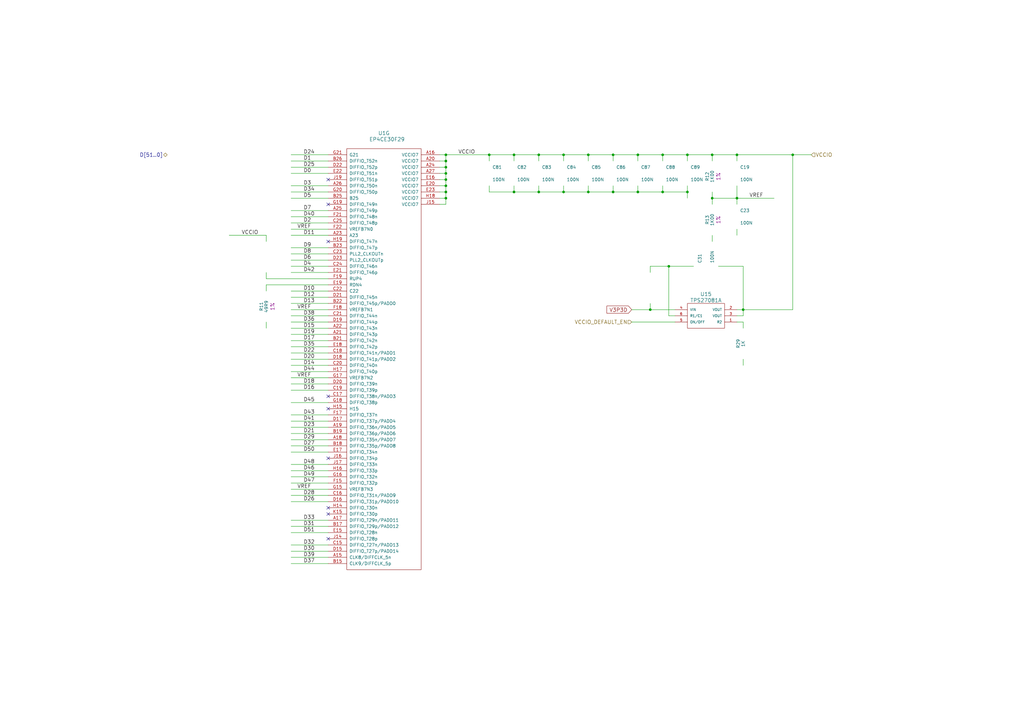
<source format=kicad_sch>
(kicad_sch (version 20230121) (generator eeschema)
  (paper "A3")
  (title_block (title "Daisho Project Main Board") (date "10 Oct 2014") (rev "0") (company "ShareBrained Technology, Inc.") (comment 1 "Copyright © 2013 Jared Boone") (comment 2 "License: GNU General Public License, version 2"))
  (junction (at 302.26 81.28))
  (junction (at 182.88 68.58))
  (junction (at 231.14 63.5))
  (junction (at 182.88 81.28))
  (junction (at 261.62 63.5))
  (junction (at 241.3 78.74))
  (junction (at 220.98 63.5))
  (junction (at 182.88 71.12))
  (junction (at 302.26 63.5))
  (junction (at 325.12 63.5))
  (junction (at 210.82 78.74))
  (junction (at 271.78 78.74))
  (junction (at 182.88 63.5))
  (junction (at 292.1 81.28))
  (junction (at 261.62 78.74))
  (junction (at 271.78 63.5))
  (junction (at 231.14 78.74))
  (junction (at 274.32 109.22))
  (junction (at 220.98 78.74))
  (junction (at 182.88 76.2))
  (junction (at 182.88 66.04))
  (junction (at 200.66 63.5))
  (junction (at 241.3 63.5))
  (junction (at 281.94 78.74))
  (junction (at 210.82 63.5))
  (junction (at 182.88 78.74))
  (junction (at 182.88 73.66))
  (junction (at 281.94 63.5))
  (junction (at 304.8 127))
  (junction (at 251.46 78.74))
  (junction (at 251.46 63.5))
  (junction (at 266.7 127))
  (junction (at 292.1 63.5))
  (no_connect (at 134.62 99.06))
  (no_connect (at 134.62 208.28))
  (no_connect (at 134.62 83.82))
  (no_connect (at 134.62 210.82))
  (no_connect (at 134.62 162.56))
  (no_connect (at 134.62 73.66))
  (no_connect (at 134.62 220.98))
  (no_connect (at 134.62 167.64))
  (no_connect (at 134.62 187.96))
  (wire (pts (xy 134.62 142.24) (xy 119.38 142.24)))
  (wire (pts (xy 251.46 63.5) (xy 251.46 66.04)))
  (wire (pts (xy 134.62 127) (xy 119.38 127)))
  (wire (pts (xy 119.38 66.04) (xy 134.62 66.04)))
  (wire (pts (xy 182.88 76.2) (xy 182.88 73.66)))
  (wire (pts (xy 182.88 73.66) (xy 182.88 71.12)))
  (wire (pts (xy 119.38 124.46) (xy 134.62 124.46)))
  (wire (pts (xy 231.14 78.74) (xy 220.98 78.74)))
  (wire (pts (xy 109.22 111.76) (xy 109.22 114.3)))
  (wire (pts (xy 231.14 63.5) (xy 241.3 63.5)))
  (wire (pts (xy 261.62 63.5) (xy 271.78 63.5)))
  (wire (pts (xy 304.8 127) (xy 304.8 109.22)))
  (wire (pts (xy 119.38 86.36) (xy 134.62 86.36)))
  (wire (pts (xy 134.62 149.86) (xy 119.38 149.86)))
  (wire (pts (xy 231.14 63.5) (xy 231.14 66.04)))
  (wire (pts (xy 182.88 73.66) (xy 180.34 73.66)))
  (wire (pts (xy 134.62 182.88) (xy 119.38 182.88)))
  (wire (pts (xy 302.26 127) (xy 304.8 127)))
  (wire (pts (xy 281.94 63.5) (xy 281.94 66.04)))
  (wire (pts (xy 119.38 165.1) (xy 134.62 165.1)))
  (wire (pts (xy 119.38 190.5) (xy 134.62 190.5)))
  (wire (pts (xy 134.62 152.4) (xy 119.38 152.4)))
  (wire (pts (xy 109.22 134.62) (xy 109.22 132.08)))
  (wire (pts (xy 292.1 63.5) (xy 302.26 63.5)))
  (wire (pts (xy 304.8 129.54) (xy 302.26 129.54)))
  (wire (pts (xy 134.62 63.5) (xy 119.38 63.5)))
  (wire (pts (xy 251.46 78.74) (xy 251.46 76.2)))
  (wire (pts (xy 134.62 116.84) (xy 109.22 116.84)))
  (wire (pts (xy 134.62 101.6) (xy 119.38 101.6)))
  (wire (pts (xy 119.38 78.74) (xy 134.62 78.74)))
  (wire (pts (xy 266.7 111.76) (xy 266.7 109.22)))
  (wire (pts (xy 220.98 78.74) (xy 220.98 76.2)))
  (wire (pts (xy 134.62 180.34) (xy 119.38 180.34)))
  (wire (pts (xy 134.62 96.52) (xy 119.38 96.52)))
  (wire (pts (xy 325.12 127) (xy 325.12 63.5)))
  (wire (pts (xy 119.38 129.54) (xy 134.62 129.54)))
  (wire (pts (xy 182.88 83.82) (xy 182.88 81.28)))
  (wire (pts (xy 134.62 139.7) (xy 119.38 139.7)))
  (wire (pts (xy 241.3 63.5) (xy 241.3 66.04)))
  (wire (pts (xy 200.66 63.5) (xy 200.66 66.04)))
  (wire (pts (xy 119.38 111.76) (xy 134.62 111.76)))
  (wire (pts (xy 182.88 71.12) (xy 180.34 71.12)))
  (wire (pts (xy 210.82 78.74) (xy 210.82 76.2)))
  (wire (pts (xy 134.62 81.28) (xy 119.38 81.28)))
  (wire (pts (xy 210.82 63.5) (xy 210.82 66.04)))
  (wire (pts (xy 220.98 63.5) (xy 231.14 63.5)))
  (wire (pts (xy 210.82 63.5) (xy 220.98 63.5)))
  (wire (pts (xy 109.22 96.52) (xy 93.98 96.52)))
  (wire (pts (xy 109.22 114.3) (xy 134.62 114.3)))
  (wire (pts (xy 119.38 231.14) (xy 134.62 231.14)))
  (wire (pts (xy 274.32 109.22) (xy 284.48 109.22)))
  (wire (pts (xy 302.26 83.82) (xy 302.26 81.28)))
  (wire (pts (xy 119.38 193.04) (xy 134.62 193.04)))
  (wire (pts (xy 182.88 71.12) (xy 182.88 68.58)))
  (wire (pts (xy 119.38 198.12) (xy 134.62 198.12)))
  (wire (pts (xy 281.94 76.2) (xy 281.94 78.74)))
  (wire (pts (xy 182.88 68.58) (xy 182.88 66.04)))
  (wire (pts (xy 182.88 68.58) (xy 180.34 68.58)))
  (wire (pts (xy 134.62 119.38) (xy 119.38 119.38)))
  (wire (pts (xy 292.1 63.5) (xy 292.1 66.04)))
  (wire (pts (xy 119.38 177.8) (xy 134.62 177.8)))
  (wire (pts (xy 119.38 76.2) (xy 134.62 76.2)))
  (wire (pts (xy 134.62 223.52) (xy 119.38 223.52)))
  (wire (pts (xy 119.38 213.36) (xy 134.62 213.36)))
  (wire (pts (xy 119.38 106.68) (xy 134.62 106.68)))
  (wire (pts (xy 304.8 109.22) (xy 294.64 109.22)))
  (wire (pts (xy 251.46 78.74) (xy 241.3 78.74)))
  (wire (pts (xy 134.62 91.44) (xy 119.38 91.44)))
  (wire (pts (xy 200.66 63.5) (xy 210.82 63.5)))
  (wire (pts (xy 182.88 78.74) (xy 180.34 78.74)))
  (wire (pts (xy 271.78 76.2) (xy 271.78 78.74)))
  (wire (pts (xy 261.62 78.74) (xy 251.46 78.74)))
  (wire (pts (xy 274.32 129.54) (xy 274.32 109.22)))
  (wire (pts (xy 266.7 124.46) (xy 266.7 127)))
  (wire (pts (xy 119.38 172.72) (xy 134.62 172.72)))
  (wire (pts (xy 119.38 228.6) (xy 134.62 228.6)))
  (wire (pts (xy 134.62 93.98) (xy 119.38 93.98)))
  (wire (pts (xy 119.38 144.78) (xy 134.62 144.78)))
  (wire (pts (xy 134.62 88.9) (xy 119.38 88.9)))
  (wire (pts (xy 292.1 96.52) (xy 292.1 99.06)))
  (wire (pts (xy 210.82 78.74) (xy 200.66 78.74)))
  (wire (pts (xy 281.94 63.5) (xy 292.1 63.5)))
  (wire (pts (xy 119.38 121.92) (xy 134.62 121.92)))
  (wire (pts (xy 119.38 205.74) (xy 134.62 205.74)))
  (wire (pts (xy 304.8 132.08) (xy 302.26 132.08)))
  (wire (pts (xy 119.38 160.02) (xy 134.62 160.02)))
  (wire (pts (xy 180.34 63.5) (xy 182.88 63.5)))
  (wire (pts (xy 119.38 185.42) (xy 134.62 185.42)))
  (wire (pts (xy 134.62 154.94) (xy 119.38 154.94)))
  (wire (pts (xy 241.3 78.74) (xy 241.3 76.2)))
  (wire (pts (xy 109.22 116.84) (xy 109.22 119.38)))
  (wire (pts (xy 182.88 81.28) (xy 182.88 78.74)))
  (wire (pts (xy 271.78 63.5) (xy 281.94 63.5)))
  (wire (pts (xy 266.7 109.22) (xy 274.32 109.22)))
  (wire (pts (xy 119.38 203.2) (xy 134.62 203.2)))
  (wire (pts (xy 292.1 81.28) (xy 292.1 83.82)))
  (wire (pts (xy 119.38 104.14) (xy 134.62 104.14)))
  (wire (pts (xy 304.8 129.54) (xy 304.8 127)))
  (wire (pts (xy 251.46 63.5) (xy 261.62 63.5)))
  (wire (pts (xy 302.26 63.5) (xy 325.12 63.5)))
  (wire (pts (xy 109.22 99.06) (xy 109.22 96.52)))
  (wire (pts (xy 304.8 134.62) (xy 304.8 132.08)))
  (wire (pts (xy 302.26 63.5) (xy 302.26 66.04)))
  (wire (pts (xy 231.14 78.74) (xy 231.14 76.2)))
  (wire (pts (xy 281.94 78.74) (xy 281.94 81.28)))
  (wire (pts (xy 119.38 195.58) (xy 134.62 195.58)))
  (wire (pts (xy 220.98 63.5) (xy 220.98 66.04)))
  (wire (pts (xy 281.94 78.74) (xy 271.78 78.74)))
  (wire (pts (xy 182.88 78.74) (xy 182.88 76.2)))
  (wire (pts (xy 119.38 132.08) (xy 134.62 132.08)))
  (wire (pts (xy 276.86 132.08) (xy 259.08 132.08)))
  (wire (pts (xy 134.62 71.12) (xy 119.38 71.12)))
  (wire (pts (xy 261.62 78.74) (xy 261.62 76.2)))
  (wire (pts (xy 261.62 63.5) (xy 261.62 66.04)))
  (wire (pts (xy 180.34 81.28) (xy 182.88 81.28)))
  (wire (pts (xy 292.1 78.74) (xy 292.1 81.28)))
  (wire (pts (xy 302.26 81.28) (xy 302.26 76.2)))
  (wire (pts (xy 317.5 81.28) (xy 302.26 81.28)))
  (wire (pts (xy 200.66 78.74) (xy 200.66 76.2)))
  (wire (pts (xy 182.88 63.5) (xy 200.66 63.5)))
  (wire (pts (xy 276.86 129.54) (xy 274.32 129.54)))
  (wire (pts (xy 259.08 127) (xy 266.7 127)))
  (wire (pts (xy 182.88 66.04) (xy 182.88 63.5)))
  (wire (pts (xy 271.78 63.5) (xy 271.78 66.04)))
  (wire (pts (xy 304.8 127) (xy 325.12 127)))
  (wire (pts (xy 182.88 66.04) (xy 180.34 66.04)))
  (wire (pts (xy 134.62 218.44) (xy 119.38 218.44)))
  (wire (pts (xy 134.62 226.06) (xy 119.38 226.06)))
  (wire (pts (xy 119.38 137.16) (xy 134.62 137.16)))
  (wire (pts (xy 119.38 109.22) (xy 134.62 109.22)))
  (wire (pts (xy 271.78 78.74) (xy 261.62 78.74)))
  (wire (pts (xy 119.38 134.62) (xy 134.62 134.62)))
  (wire (pts (xy 119.38 170.18) (xy 134.62 170.18)))
  (wire (pts (xy 302.26 93.98) (xy 302.26 96.52)))
  (wire (pts (xy 134.62 200.66) (xy 119.38 200.66)))
  (wire (pts (xy 266.7 127) (xy 276.86 127)))
  (wire (pts (xy 241.3 63.5) (xy 251.46 63.5)))
  (wire (pts (xy 119.38 68.58) (xy 134.62 68.58)))
  (wire (pts (xy 119.38 215.9) (xy 134.62 215.9)))
  (wire (pts (xy 182.88 76.2) (xy 180.34 76.2)))
  (wire (pts (xy 180.34 83.82) (xy 182.88 83.82)))
  (wire (pts (xy 119.38 175.26) (xy 134.62 175.26)))
  (wire (pts (xy 304.8 147.32) (xy 304.8 149.86)))
  (wire (pts (xy 325.12 63.5) (xy 332.74 63.5)))
  (wire (pts (xy 302.26 81.28) (xy 292.1 81.28)))
  (wire (pts (xy 241.3 78.74) (xy 231.14 78.74)))
  (wire (pts (xy 119.38 157.48) (xy 134.62 157.48)))
  (wire (pts (xy 220.98 78.74) (xy 210.82 78.74)))
  (wire (pts (xy 119.38 147.32) (xy 134.62 147.32)))
  (label "D19" (at 124.46 137.16 0) (effects (font (size 1.524 1.524))))
  (label "D37" (at 124.46 231.14 0) (effects (font (size 1.524 1.524))))
  (label "D10" (at 124.46 119.38 0) (effects (font (size 1.524 1.524))))
  (label "D16" (at 124.46 160.02 0) (effects (font (size 1.524 1.524))))
  (label "D22" (at 124.46 144.78 0) (effects (font (size 1.524 1.524))))
  (label "D49" (at 124.46 195.58 0) (effects (font (size 1.524 1.524))))
  (label "D6" (at 124.46 106.68 0) (effects (font (size 1.524 1.524))))
  (label "D44" (at 124.46 152.4 0) (effects (font (size 1.524 1.524))))
  (label "D41" (at 124.46 172.72 0) (effects (font (size 1.524 1.524))))
  (label "D20" (at 124.46 147.32 0) (effects (font (size 1.524 1.524))))
  (label "D51" (at 124.46 218.44 0) (effects (font (size 1.524 1.524))))
  (label "D50" (at 124.46 185.42 0) (effects (font (size 1.524 1.524))))
  (label "D17" (at 124.46 139.7 0) (effects (font (size 1.524 1.524))))
  (label "D31" (at 124.46 215.9 0) (effects (font (size 1.524 1.524))))
  (label "D47" (at 124.46 198.12 0) (effects (font (size 1.524 1.524))))
  (label "D34" (at 124.46 78.74 0) (effects (font (size 1.524 1.524))))
  (label "D15" (at 124.46 134.62 0) (effects (font (size 1.524 1.524))))
  (label "D2" (at 124.46 91.44 0) (effects (font (size 1.524 1.524))))
  (label "D18" (at 124.46 157.48 0) (effects (font (size 1.524 1.524))))
  (label "VREF" (at 121.92 154.94 0) (effects (font (size 1.524 1.524))))
  (label "D40" (at 124.46 88.9 0) (effects (font (size 1.524 1.524))))
  (label "D8" (at 124.46 104.14 0) (effects (font (size 1.524 1.524))))
  (label "D3" (at 124.46 76.2 0) (effects (font (size 1.524 1.524))))
  (label "D26" (at 124.46 205.74 0) (effects (font (size 1.524 1.524))))
  (label "VREF" (at 121.92 127 0) (effects (font (size 1.524 1.524))))
  (label "D0" (at 124.46 71.12 0) (effects (font (size 1.524 1.524))))
  (label "D27" (at 124.46 182.88 0) (effects (font (size 1.524 1.524))))
  (label "D12" (at 124.46 121.92 0) (effects (font (size 1.524 1.524))))
  (label "D38" (at 124.46 129.54 0) (effects (font (size 1.524 1.524))))
  (label "D46" (at 124.46 193.04 0) (effects (font (size 1.524 1.524))))
  (label "D45" (at 124.46 165.1 0) (effects (font (size 1.524 1.524))))
  (label "VCCIO" (at 99.06 96.52 0) (effects (font (size 1.524 1.524))))
  (label "D39" (at 124.46 228.6 0) (effects (font (size 1.524 1.524))))
  (label "D35" (at 124.46 142.24 0) (effects (font (size 1.524 1.524))))
  (label "VREF" (at 121.92 93.98 0) (effects (font (size 1.524 1.524))))
  (label "VREF" (at 121.92 200.66 0) (effects (font (size 1.524 1.524))))
  (label "D43" (at 124.46 170.18 0) (effects (font (size 1.524 1.524))))
  (label "D14" (at 124.46 149.86 0) (effects (font (size 1.524 1.524))))
  (label "D13" (at 124.46 124.46 0) (effects (font (size 1.524 1.524))))
  (label "D28" (at 124.46 203.2 0) (effects (font (size 1.524 1.524))))
  (label "D11" (at 124.46 96.52 0) (effects (font (size 1.524 1.524))))
  (label "D24" (at 124.46 63.5 0) (effects (font (size 1.524 1.524))))
  (label "D23" (at 124.46 175.26 0) (effects (font (size 1.524 1.524))))
  (label "D33" (at 124.46 213.36 0) (effects (font (size 1.524 1.524))))
  (label "VCCIO" (at 187.96 63.5 0) (effects (font (size 1.524 1.524))))
  (label "D48" (at 124.46 190.5 0) (effects (font (size 1.524 1.524))))
  (label "D5" (at 124.46 81.28 0) (effects (font (size 1.524 1.524))))
  (label "D25" (at 124.46 68.58 0) (effects (font (size 1.524 1.524))))
  (label "D32" (at 124.46 223.52 0) (effects (font (size 1.524 1.524))))
  (label "D9" (at 124.46 101.6 0) (effects (font (size 1.524 1.524))))
  (label "D36" (at 124.46 132.08 0) (effects (font (size 1.524 1.524))))
  (label "D4" (at 124.46 109.22 0) (effects (font (size 1.524 1.524))))
  (label "D7" (at 124.46 86.36 0) (effects (font (size 1.524 1.524))))
  (label "D21" (at 124.46 177.8 0) (effects (font (size 1.524 1.524))))
  (label "D29" (at 124.46 180.34 0) (effects (font (size 1.524 1.524))))
  (label "D30" (at 124.46 226.06 0) (effects (font (size 1.524 1.524))))
  (label "VREF" (at 307.34 81.28 0) (effects (font (size 1.524 1.524))))
  (label "D42" (at 124.46 111.76 0) (effects (font (size 1.524 1.524))))
  (label "D1" (at 124.46 66.04 0) (effects (font (size 1.524 1.524))))
  (global_label "V3P3D" (shape input) (at 259.08 127 180) (effects (font (size 1.524 1.524))) (property "Intersheetrefs" "${INTERSHEET_REFS}" (effects hide)))
  (hierarchical_label "VCCIO" (shape input) (at 332.74 63.5 0) (effects (font (size 1.524 1.524))))
  (hierarchical_label "D[51..0]" (shape bidirectional) (at 68.58 63.5 180) (effects (font (size 1.524 1.524))))
  (hierarchical_label "VCCIO_DEFAULT_EN" (shape input) (at 259.08 132.08 180) (effects (font (size 1.524 1.524))))
  (symbol (lib_id "ep4ce30f29:EP4CE30F29") (at 157.48 55.88 0) (unit 7)
    (property "Reference" "U1" (at 157.48 54.61 0) (effects (font (size 1.524 1.524))))
    (property "Value" "EP4CE30F29" (at 158.75 57.15 0) (effects (font (size 1.524 1.524))))
  )
  (symbol (lib_id "R") (at 109.22 105.41 180) (unit 1)
    (property "Reference" "R10" (at 107.188 105.41 90))
    (property "Value" "49R9" (at 109.22 105.41 90))
    (property "Manufacturer" "Stackpole" (effects hide))
    (property "Part Number" "RMCF0402FT49R9" (effects hide))
    (property "Tolerance" "1%" (at 111.76 105.41 90) (effects (font (size 1.524 1.524))))
  )
  (symbol (lib_id "R") (at 109.22 125.73 180) (unit 1)
    (property "Reference" "R11" (at 107.188 125.73 90))
    (property "Value" "49R9" (at 109.22 125.73 90))
    (property "Manufacturer" "Stackpole" (effects hide))
    (property "Part Number" "RMCF0402FT49R9" (effects hide))
    (property "Tolerance" "1%" (at 111.76 125.73 90) (effects (font (size 1.524 1.524))))
  )
  (symbol (lib_id "GND") (at 109.22 134.62 0) (unit 1)
    (property "Reference" "#PWR097" (effects hide))
    (property "Value" "GND" (effects hide))
  )
  (symbol (lib_id "C") (at 200.66 71.12 0) (unit 1)
    (property "Reference" "C81" (at 201.93 68.58 0) (effects (justify left)))
    (property "Value" "100N" (at 201.93 73.66 0) (effects (justify left)))
    (property "Manufacturer" "Murata" (effects hide))
    (property "Part Number" "GRM155R61A104KA01D" (effects hide))
  )
  (symbol (lib_id "C") (at 210.82 71.12 0) (unit 1)
    (property "Reference" "C82" (at 212.09 68.58 0) (effects (justify left)))
    (property "Value" "100N" (at 212.09 73.66 0) (effects (justify left)))
    (property "Manufacturer" "Murata" (effects hide))
    (property "Part Number" "GRM155R61A104KA01D" (effects hide))
  )
  (symbol (lib_id "C") (at 220.98 71.12 0) (unit 1)
    (property "Reference" "C83" (at 222.25 68.58 0) (effects (justify left)))
    (property "Value" "100N" (at 222.25 73.66 0) (effects (justify left)))
    (property "Manufacturer" "Murata" (effects hide))
    (property "Part Number" "GRM155R61A104KA01D" (effects hide))
  )
  (symbol (lib_id "C") (at 231.14 71.12 0) (unit 1)
    (property "Reference" "C84" (at 232.41 68.58 0) (effects (justify left)))
    (property "Value" "100N" (at 232.41 73.66 0) (effects (justify left)))
    (property "Manufacturer" "Murata" (effects hide))
    (property "Part Number" "GRM155R61A104KA01D" (effects hide))
  )
  (symbol (lib_id "C") (at 241.3 71.12 0) (unit 1)
    (property "Reference" "C85" (at 242.57 68.58 0) (effects (justify left)))
    (property "Value" "100N" (at 242.57 73.66 0) (effects (justify left)))
    (property "Manufacturer" "Murata" (effects hide))
    (property "Part Number" "GRM155R61A104KA01D" (effects hide))
  )
  (symbol (lib_id "C") (at 251.46 71.12 0) (unit 1)
    (property "Reference" "C86" (at 252.73 68.58 0) (effects (justify left)))
    (property "Value" "100N" (at 252.73 73.66 0) (effects (justify left)))
    (property "Manufacturer" "Murata" (effects hide))
    (property "Part Number" "GRM155R61A104KA01D" (effects hide))
  )
  (symbol (lib_id "C") (at 261.62 71.12 0) (unit 1)
    (property "Reference" "C87" (at 262.89 68.58 0) (effects (justify left)))
    (property "Value" "100N" (at 262.89 73.66 0) (effects (justify left)))
    (property "Manufacturer" "Murata" (effects hide))
    (property "Part Number" "GRM155R61A104KA01D" (effects hide))
  )
  (symbol (lib_id "C") (at 271.78 71.12 0) (unit 1)
    (property "Reference" "C88" (at 273.05 68.58 0) (effects (justify left)))
    (property "Value" "100N" (at 273.05 73.66 0) (effects (justify left)))
    (property "Manufacturer" "Murata" (effects hide))
    (property "Part Number" "GRM155R61A104KA01D" (effects hide))
  )
  (symbol (lib_id "C") (at 281.94 71.12 0) (unit 1)
    (property "Reference" "C89" (at 283.21 68.58 0) (effects (justify left)))
    (property "Value" "100N" (at 283.21 73.66 0) (effects (justify left)))
    (property "Manufacturer" "Murata" (effects hide))
    (property "Part Number" "GRM155R61A104KA01D" (effects hide))
  )
  (symbol (lib_id "GND") (at 281.94 81.28 0) (unit 1)
    (property "Reference" "#PWR096" (effects hide))
    (property "Value" "GND" (effects hide))
  )
  (symbol (lib_id "R") (at 292.1 72.39 180) (unit 1)
    (property "Reference" "R12" (at 290.068 72.39 90))
    (property "Value" "1K00" (at 292.1 72.39 90))
    (property "Manufacturer" "Stackpole" (effects hide))
    (property "Part Number" "RMCF0402FT1K00" (effects hide))
    (property "Tolerance" "1%" (at 294.64 72.39 90) (effects (font (size 1.524 1.524))))
  )
  (symbol (lib_id "R") (at 292.1 90.17 180) (unit 1)
    (property "Reference" "R13" (at 290.068 90.17 90))
    (property "Value" "1K00" (at 292.1 90.17 90))
    (property "Manufacturer" "Stackpole" (effects hide))
    (property "Part Number" "RMCF0402FT1K00" (effects hide))
    (property "Tolerance" "1%" (at 294.64 90.17 90) (effects (font (size 1.524 1.524))))
  )
  (symbol (lib_id "GND") (at 292.1 99.06 0) (unit 1)
    (property "Reference" "#PWR095" (effects hide))
    (property "Value" "GND" (effects hide))
  )
  (symbol (lib_id "C") (at 302.26 88.9 0) (unit 1)
    (property "Reference" "C23" (at 303.53 86.36 0) (effects (justify left)))
    (property "Value" "100N" (at 303.53 91.44 0) (effects (justify left)))
    (property "Manufacturer" "Murata" (effects hide))
    (property "Part Number" "GRM155R61A104KA01D" (effects hide))
  )
  (symbol (lib_id "GND") (at 302.26 96.52 0) (unit 1)
    (property "Reference" "#PWR094" (effects hide))
    (property "Value" "GND" (effects hide))
  )
  (symbol (lib_id "C") (at 302.26 71.12 0) (unit 1)
    (property "Reference" "C19" (at 303.53 68.58 0) (effects (justify left)))
    (property "Value" "100N" (at 303.53 73.66 0) (effects (justify left)))
    (property "Manufacturer" "Murata" (effects hide))
    (property "Part Number" "GRM155R61A104KA01D" (effects hide))
  )
  (symbol (lib_id "tps27081a:TPS27081A") (at 289.56 129.54 0) (unit 1)
    (property "Reference" "U15" (at 289.56 120.65 0) (effects (font (size 1.524 1.524))))
    (property "Value" "TPS27081A" (at 289.56 123.19 0) (effects (font (size 1.524 1.524))))
    (property "Manufacturer" "TI" (effects hide))
    (property "Part Number" "TPS27081ADDC" (effects hide))
  )
  (symbol (lib_id "R") (at 304.8 140.97 0) (mirror y) (unit 1)
    (property "Reference" "R29" (at 302.768 140.97 90))
    (property "Value" "1K" (at 304.8 140.97 90))
    (property "Manufacturer" "Stackpole" (effects hide))
    (property "Part Number" "RMCF0402FT1K00" (effects hide))
  )
  (symbol (lib_id "GND") (at 304.8 149.86 0) (unit 1)
    (property "Reference" "#PWR093" (effects hide))
    (property "Value" "GND" (effects hide))
  )
  (symbol (lib_id "C") (at 289.56 109.22 90) (unit 1)
    (property "Reference" "C31" (at 287.02 107.95 0) (effects (justify left)))
    (property "Value" "100N" (at 292.1 107.95 0) (effects (justify left)))
    (property "Manufacturer" "Murata" (effects hide))
    (property "Part Number" "GRM155R61A104KA01D" (effects hide))
  )
  (symbol (lib_id "R") (at 266.7 118.11 0) (mirror y) (unit 1)
    (property "Reference" "R27" (at 264.668 118.11 90))
    (property "Value" "10K" (at 266.7 118.11 90))
    (property "Manufacturer" "Stackpole" (effects hide))
    (property "Part Number" "RMCF0402JT10K0" (effects hide))
  )
)
</source>
